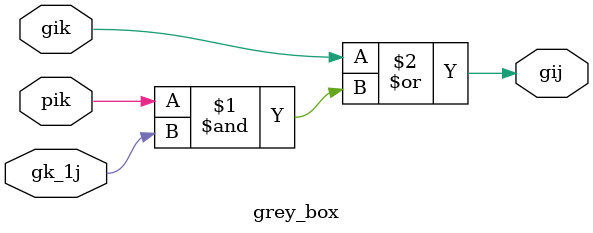
<source format=v>
module grey_box(gik, pik, gk_1j, gij
	);

	// Assigning ports as in/out
	input gik, pik, gk_1j;
	output gij;

	// Logic connections
	assign gij = gik | (pik & gk_1j);

endmodule

</source>
